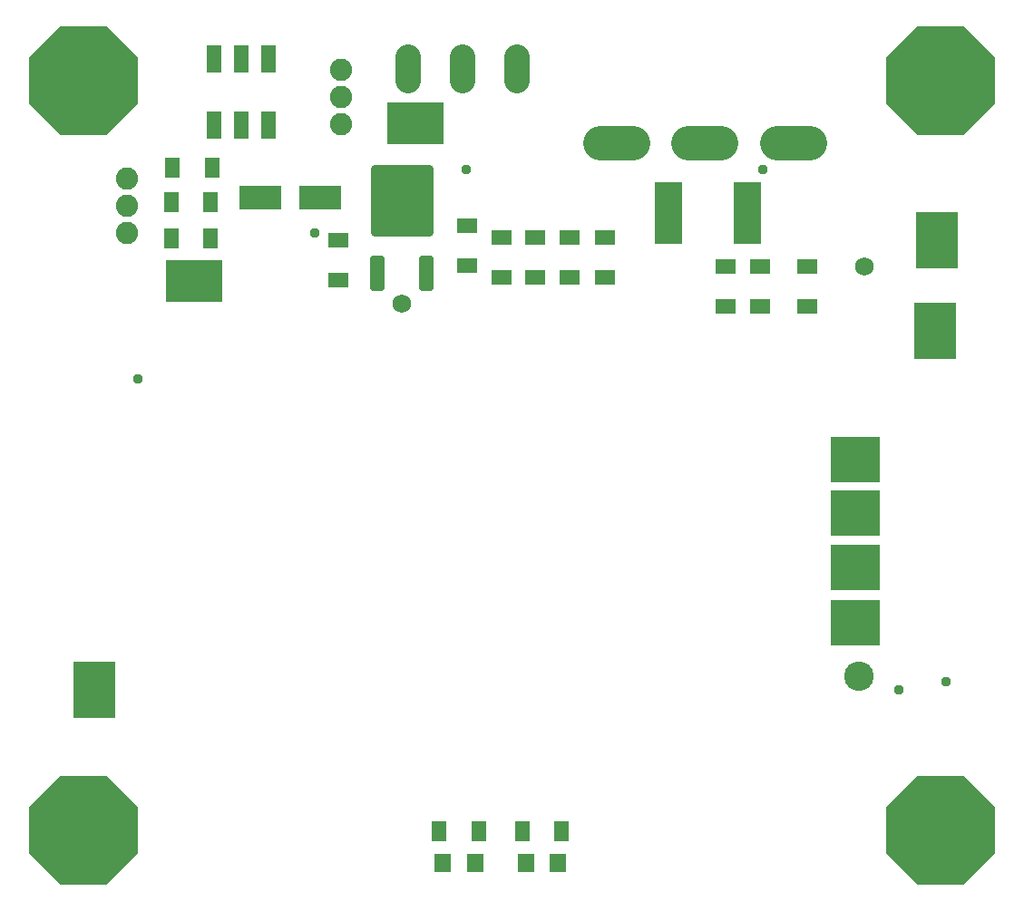
<source format=gbr>
G04 EAGLE Gerber RS-274X export*
G75*
%MOMM*%
%FSLAX34Y34*%
%LPD*%
%INSoldermask Bottom*%
%IPPOS*%
%AMOC8*
5,1,8,0,0,1.08239X$1,22.5*%
G01*
%ADD10P,11.043842X8X22.500000*%
%ADD11R,1.350200X2.611200*%
%ADD12R,4.013200X5.283200*%
%ADD13R,5.283200X4.013200*%
%ADD14R,3.957200X2.311200*%
%ADD15R,1.900000X1.400000*%
%ADD16R,1.500000X1.700000*%
%ADD17R,1.400000X1.900000*%
%ADD18R,4.648200X4.203200*%
%ADD19C,0.506591*%
%ADD20C,0.758316*%
%ADD21C,3.251200*%
%ADD22C,2.082800*%
%ADD23R,2.503200X5.803200*%
%ADD24C,2.403200*%
%ADD25C,0.959600*%
%ADD26C,1.727200*%
%ADD27C,2.743200*%


D10*
X322580Y232410D03*
X1122680Y232410D03*
X1122680Y932180D03*
X322580Y932180D03*
D11*
X444500Y953060D03*
X444500Y890980D03*
X469900Y953060D03*
X469900Y890980D03*
X495300Y953060D03*
X495300Y890980D03*
D12*
X332740Y363220D03*
X1117600Y698500D03*
X1118870Y783590D03*
D13*
X425450Y745490D03*
D14*
X543620Y822960D03*
X487620Y822960D03*
D15*
X998220Y758910D03*
X998220Y721910D03*
X953770Y721910D03*
X953770Y758910D03*
X922020Y758910D03*
X922020Y721910D03*
D16*
X735570Y201930D03*
X765570Y201930D03*
D17*
X769070Y231140D03*
X732070Y231140D03*
D18*
X1043140Y426500D03*
X1043140Y477500D03*
X1043140Y528500D03*
X1043140Y578500D03*
D19*
X647123Y766393D02*
X638117Y766393D01*
X647123Y766393D02*
X647123Y738447D01*
X638117Y738447D01*
X638117Y766393D01*
X638117Y743260D02*
X647123Y743260D01*
X647123Y748073D02*
X638117Y748073D01*
X638117Y752886D02*
X647123Y752886D01*
X647123Y757699D02*
X638117Y757699D01*
X638117Y762512D02*
X647123Y762512D01*
D20*
X645135Y850385D02*
X594385Y850385D01*
X645135Y850385D02*
X645135Y791455D01*
X594385Y791455D01*
X594385Y850385D01*
X594385Y798659D02*
X645135Y798659D01*
X645135Y805863D02*
X594385Y805863D01*
X594385Y813067D02*
X645135Y813067D01*
X645135Y820271D02*
X594385Y820271D01*
X594385Y827475D02*
X645135Y827475D01*
X645135Y834679D02*
X594385Y834679D01*
X594385Y841883D02*
X645135Y841883D01*
X645135Y849087D02*
X594385Y849087D01*
D19*
X592397Y766393D02*
X601403Y766393D01*
X601403Y738447D01*
X592397Y738447D01*
X592397Y766393D01*
X592397Y743260D02*
X601403Y743260D01*
X601403Y748073D02*
X592397Y748073D01*
X592397Y752886D02*
X601403Y752886D01*
X601403Y757699D02*
X592397Y757699D01*
X592397Y762512D02*
X601403Y762512D01*
D15*
X775970Y785580D03*
X775970Y748580D03*
X808990Y748580D03*
X808990Y785580D03*
X712470Y748580D03*
X712470Y785580D03*
X744220Y785580D03*
X744220Y748580D03*
X560070Y783040D03*
X560070Y746040D03*
X680720Y760010D03*
X680720Y797010D03*
D17*
X405680Y850900D03*
X442680Y850900D03*
X441410Y819150D03*
X404410Y819150D03*
X404410Y784860D03*
X441410Y784860D03*
D16*
X658100Y201930D03*
X688100Y201930D03*
D17*
X691600Y231140D03*
X654600Y231140D03*
D21*
X970000Y873900D02*
X1000480Y873900D01*
X917980Y873900D02*
X887500Y873900D01*
X835480Y873900D02*
X805000Y873900D01*
D22*
X562610Y942340D03*
X562610Y916940D03*
X562610Y891540D03*
X363220Y789940D03*
X363220Y815340D03*
X363220Y840740D03*
D23*
X868510Y808990D03*
X942510Y808990D03*
D24*
X727190Y932630D02*
X727190Y954630D01*
X676190Y954630D02*
X676190Y932630D01*
X625190Y932630D02*
X625190Y954630D01*
D13*
X632460Y892810D03*
D25*
X1127760Y370840D03*
X1083310Y363220D03*
D26*
X1051560Y758910D03*
X619760Y723900D03*
D25*
X373380Y654050D03*
X538480Y789940D03*
D27*
X1046480Y375920D03*
D25*
X956310Y849630D03*
X679450Y849630D03*
M02*

</source>
